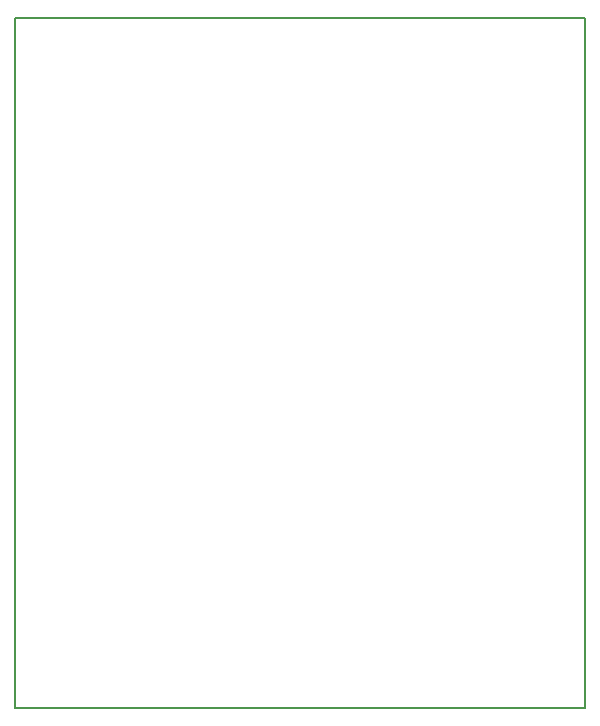
<source format=gbr>
G04 DesignSpark PCB Gerber Version 10.0 Build 5299*
G04 #@! TF.Part,Single*
%FSLAX35Y35*%
%MOIN*%
%ADD16C,0.00500*%
G04 #@! TD.AperFunction*
X0Y0D02*
D02*
D16*
X250Y250D02*
X190250D01*
Y230250D01*
X250D01*
Y250D01*
X0Y0D02*
M02*

</source>
